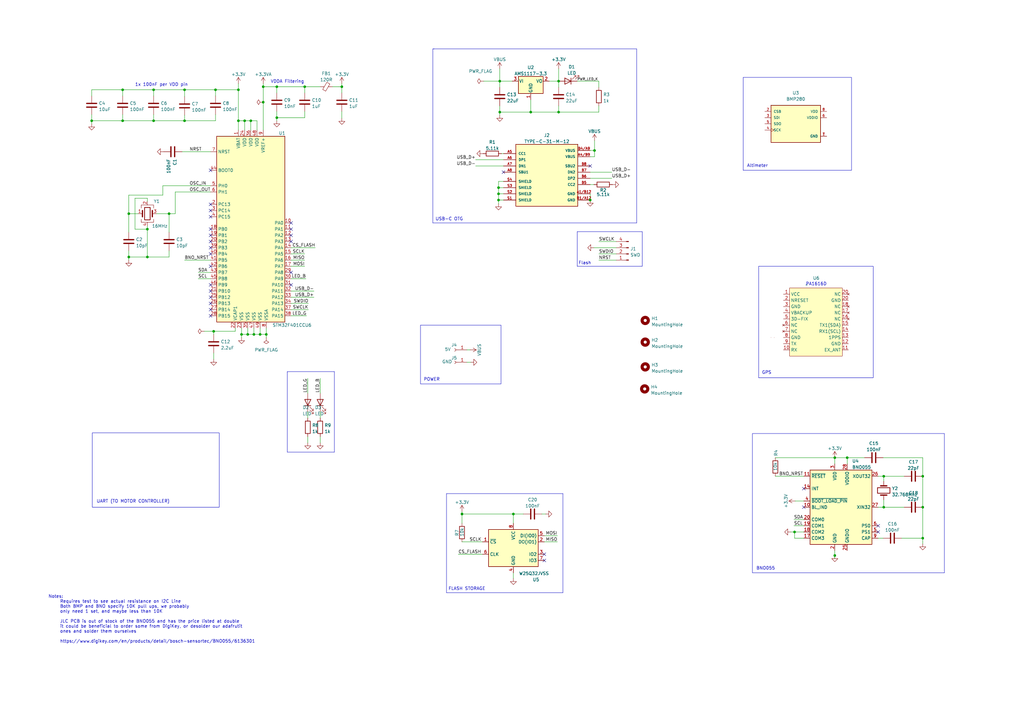
<source format=kicad_sch>
(kicad_sch (version 20231120) (generator "eeschema") (generator_version "8.0")
  (paper "A3")
  (lib_symbols
    (symbol "BMP280:BMP280" (pin_names (offset 1.016))
      (property "Reference" "U" (at -10.1796 7.6347 0))
      (property "Value" "BMP280" (at -10.1693 -10.1693 0))
      (symbol "BMP280_0_0"
        (pin power_in line (at 12.7 -5.08 180) (length 2.54) (name "GND") (number "1"))
        (pin input line (at -12.7 5.08 0) (length 2.54) (name "CSB") (number "2"))
        (pin bidirectional line (at -12.7 2.54 0) (length 2.54) (name "SDI") (number "3"))
        (pin input clock (at -12.7 -2.54 0) (length 2.54) (name "SCK") (number "4"))
        (pin bidirectional line (at -12.7 0 0) (length 2.54) (name "SDO") (number "5"))
        (pin power_in line (at 12.7 2.54 180) (length 2.54) (name "VDDIO") (number "6"))
        (pin power_in line (at 12.7 -5.08 180) (length 2.54) (name "GND") (number "7"))
        (pin power_in line (at 12.7 5.08 180) (length 2.54) (name "VDD") (number "8"))
      )
    )
    (symbol "Connector:Conn_01x01_Female" (pin_names (offset 1.016) hide)
      (property "Reference" "J" (at 0 2.54 0))
      (property "Value" "Conn_01x01_Female" (at 0 -2.54 0))
      (symbol "Conn_01x01_Female_1_1"
        (pin passive line (at -5.08 0 0) (length 3.81) (name "Pin_1") (number "1"))
      )
    )
    (symbol "Connector:Conn_01x04_Male" (pin_names (offset 1.016) hide)
      (property "Reference" "J" (at 0 5.08 0))
      (property "Value" "Conn_01x04_Male" (at 0 -7.62 0))
      (symbol "Conn_01x04_Male_1_1"
        (pin passive line (at 5.08 2.54 180) (length 3.81) (name "Pin_1") (number "1"))
        (pin passive line (at 5.08 0 180) (length 3.81) (name "Pin_2") (number "2"))
        (pin passive line (at 5.08 -2.54 180) (length 3.81) (name "Pin_3") (number "3"))
        (pin passive line (at 5.08 -5.08 180) (length 3.81) (name "Pin_4") (number "4"))
      )
    )
    (symbol "Device:C" (pin_numbers hide) (pin_names (offset 0.254))
      (property "Reference" "C" (at 0.635 2.54 0))
      (property "Value" "C" (at 0.635 -2.54 0))
      (symbol "C_1_1"
        (pin passive line (at 0 3.81 270) (length 2.794) (name "~") (number "1"))
        (pin passive line (at 0 -3.81 90) (length 2.794) (name "~") (number "2"))
      )
    )
    (symbol "Device:Crystal" (pin_numbers hide) (pin_names (offset 1.016) hide)
      (property "Reference" "Y" (at 0 3.81 0))
      (property "Value" "Crystal" (at 0 -3.81 0))
      (symbol "Crystal_1_1"
        (pin passive line (at -3.81 0 0) (length 1.27) (name "1") (number "1"))
        (pin passive line (at 3.81 0 180) (length 1.27) (name "2") (number "2"))
      )
    )
    (symbol "Device:Crystal_GND24" (pin_names (offset 1.016) hide)
      (property "Reference" "Y" (at 3.175 5.08 0))
      (property "Value" "Crystal_GND24" (at 3.175 3.175 0))
      (symbol "Crystal_GND24_1_1"
        (pin passive line (at -3.81 0 0) (length 1.27) (name "1") (number "1"))
        (pin passive line (at 0 5.08 270) (length 1.27) (name "2") (number "2"))
        (pin passive line (at 3.81 0 180) (length 1.27) (name "3") (number "3"))
        (pin passive line (at 0 -5.08 90) (length 1.27) (name "4") (number "4"))
      )
    )
    (symbol "Device:FerriteBead_Small" (pin_numbers hide) (pin_names (offset 0))
      (property "Reference" "FB" (at 1.905 1.27 0))
      (property "Value" "FerriteBead_Small" (at 1.905 -1.27 0))
      (symbol "FerriteBead_Small_1_1"
        (pin passive line (at 0 2.54 270) (length 1.27) (name "~") (number "1"))
        (pin passive line (at 0 -2.54 90) (length 1.27) (name "~") (number "2"))
      )
    )
    (symbol "Device:LED" (pin_numbers hide) (pin_names (offset 1.016) hide)
      (property "Reference" "D" (at 0 2.54 0))
      (property "Value" "LED" (at 0 -2.54 0))
      (symbol "LED_1_1"
        (pin passive line (at -3.81 0 0) (length 2.54) (name "K") (number "1"))
        (pin passive line (at 3.81 0 180) (length 2.54) (name "A") (number "2"))
      )
    )
    (symbol "Device:R" (pin_numbers hide) (pin_names (offset 0))
      (property "Reference" "R" (at 2.032 0 90))
      (property "Value" "R" (at 0 0 90))
      (symbol "R_1_1"
        (pin passive line (at 0 3.81 270) (length 1.27) (name "~") (number "1"))
        (pin passive line (at 0 -3.81 90) (length 1.27) (name "~") (number "2"))
      )
    )
    (symbol "MCU_ST_STM32F4:STM32F401CCUx"
      (property "Reference" "U?" (at 10.16 39.37 0))
      (property "Value" "STM32F401CCU6" (at 7.62 -39.37 0))
      (symbol "STM32F401CCUx_1_1"
        (pin power_in line (at -6.35 40.64 270) (length 2.54) (name "VBAT") (number "1"))
        (pin bidirectional line (at 15.24 2.54 180) (length 2.54) (name "PA0") (number "10"))
        (pin bidirectional line (at 15.24 0 180) (length 2.54) (name "PA1") (number "11"))
        (pin bidirectional line (at 15.24 -2.54 180) (length 2.54) (name "PA2") (number "12"))
        (pin bidirectional line (at 15.24 -5.08 180) (length 2.54) (name "PA3") (number "13"))
        (pin bidirectional line (at 15.24 -7.62 180) (length 2.54) (name "PA4") (number "14"))
        (pin bidirectional line (at 15.24 -10.16 180) (length 2.54) (name "PA5") (number "15"))
        (pin bidirectional line (at 15.24 -12.7 180) (length 2.54) (name "PA6") (number "16"))
        (pin bidirectional line (at 15.24 -15.24 180) (length 2.54) (name "PA7") (number "17"))
        (pin bidirectional line (at -17.78 0 0) (length 2.54) (name "PB0") (number "18"))
        (pin bidirectional line (at -17.78 -2.54 0) (length 2.54) (name "PB1") (number "19"))
        (pin bidirectional line (at -17.78 10.16 0) (length 2.54) (name "PC13") (number "2"))
        (pin bidirectional line (at -17.78 -5.08 0) (length 2.54) (name "PB2") (number "20"))
        (pin bidirectional line (at -17.78 -25.4 0) (length 2.54) (name "PB10") (number "21"))
        (pin power_in line (at -7.62 -40.64 90) (length 2.54) (name "VCAP1") (number "22"))
        (pin power_in line (at -5.08 -40.64 90) (length 2.54) (name "VSS") (number "23"))
        (pin power_in line (at -3.81 40.64 270) (length 2.54) (name "VDD") (number "24"))
        (pin bidirectional line (at -17.78 -27.94 0) (length 2.54) (name "PB12") (number "25"))
        (pin bidirectional line (at -17.78 -30.48 0) (length 2.54) (name "PB13") (number "26"))
        (pin bidirectional line (at -17.78 -33.02 0) (length 2.54) (name "PB14") (number "27"))
        (pin bidirectional line (at -17.78 -35.56 0) (length 2.54) (name "PB15") (number "28"))
        (pin bidirectional line (at 15.24 -17.78 180) (length 2.54) (name "PA8") (number "29"))
        (pin bidirectional line (at -17.78 7.62 0) (length 2.54) (name "PC14") (number "3"))
        (pin bidirectional line (at 15.24 -20.32 180) (length 2.54) (name "PA9") (number "30"))
        (pin bidirectional line (at 15.24 -22.86 180) (length 2.54) (name "PA10") (number "31"))
        (pin bidirectional line (at 15.24 -25.4 180) (length 2.54) (name "PA11") (number "32"))
        (pin bidirectional line (at 15.24 -27.94 180) (length 2.54) (name "PA12") (number "33"))
        (pin bidirectional line (at 15.24 -30.48 180) (length 2.54) (name "PA13") (number "34"))
        (pin power_in line (at -2.54 -40.64 90) (length 2.54) (name "VSS") (number "35"))
        (pin power_in line (at -1.27 40.64 270) (length 2.54) (name "VDD") (number "36"))
        (pin bidirectional line (at 15.24 -33.02 180) (length 2.54) (name "PA14") (number "37"))
        (pin bidirectional line (at 15.24 -35.56 180) (length 2.54) (name "PA15") (number "38"))
        (pin bidirectional line (at -17.78 -7.62 0) (length 2.54) (name "PB3") (number "39"))
        (pin bidirectional line (at -17.78 5.08 0) (length 2.54) (name "PC15") (number "4"))
        (pin bidirectional line (at -17.78 -10.16 0) (length 2.54) (name "PB4") (number "40"))
        (pin bidirectional line (at -17.78 -12.7 0) (length 2.54) (name "PB5") (number "41"))
        (pin bidirectional line (at -17.78 -15.24 0) (length 2.54) (name "PB6") (number "42"))
        (pin bidirectional line (at -17.78 -17.78 0) (length 2.54) (name "PB7") (number "43"))
        (pin input line (at -17.78 24.13 0) (length 2.54) (name "BOOT0") (number "44"))
        (pin bidirectional line (at -17.78 -20.32 0) (length 2.54) (name "PB8") (number "45"))
        (pin bidirectional line (at -17.78 -22.86 0) (length 2.54) (name "PB9") (number "46"))
        (pin power_in line (at 0 -40.64 90) (length 2.54) (name "VSS") (number "47"))
        (pin power_in line (at 1.27 40.64 270) (length 2.54) (name "VDD") (number "48"))
        (pin power_in line (at 2.54 -40.64 90) (length 2.54) (name "VSS") (number "49"))
        (pin input line (at -17.78 17.78 0) (length 2.54) (name "PH0") (number "5"))
        (pin input line (at -17.78 15.24 0) (length 2.54) (name "PH1") (number "6"))
        (pin input line (at -17.78 31.75 0) (length 2.54) (name "NRST") (number "7"))
        (pin power_in line (at 5.08 -40.64 90) (length 2.54) (name "VSSA") (number "8"))
        (pin power_in line (at 3.81 40.64 270) (length 2.54) (name "VREF+") (number "9"))
      )
    )
    (symbol "Mechanical:MountingHole" (pin_names (offset 1.016))
      (property "Reference" "H" (at 0 5.08 0))
      (property "Value" "MountingHole" (at 0 3.175 0))
    )
    (symbol "Memory_Flash:W25Q32JVSS"
      (property "Reference" "U" (at -8.89 8.89 0))
      (property "Value" "W25Q32JVSS" (at 7.62 8.89 0))
      (symbol "W25Q32JVSS_1_1"
        (pin input line (at -12.7 2.54 0) (length 2.54) (name "~{CS}") (number "1"))
        (pin bidirectional line (at 12.7 2.54 180) (length 2.54) (name "DO(IO1)") (number "2"))
        (pin bidirectional line (at 12.7 -2.54 180) (length 2.54) (name "IO2") (number "3"))
        (pin power_in line (at 0 -10.16 90) (length 2.54) (name "GND") (number "4"))
        (pin bidirectional line (at 12.7 5.08 180) (length 2.54) (name "DI(IO0)") (number "5"))
        (pin input line (at -12.7 -2.54 0) (length 2.54) (name "CLK") (number "6"))
        (pin bidirectional line (at 12.7 -5.08 180) (length 2.54) (name "IO3") (number "7"))
        (pin power_in line (at 0 10.16 270) (length 2.54) (name "VCC") (number "8"))
      )
    )
    (symbol "PA1616D:PA1616D"
      (property "Reference" "U" (at 10.668 1.27 0))
      (symbol "PA1616D_1_1"
        (pin power_in line (at -2.54 -2.54 0) (length 2.54) (name "VCC") (number "1"))
        (pin input line (at -2.54 -25.4 0) (length 2.54) (name "RX") (number "10"))
        (pin input line (at 24.13 -25.4 180) (length 2.54) (name "EX_ANT") (number "11"))
        (pin unspecified line (at 24.13 -22.86 180) (length 2.54) (name "GND") (number "12"))
        (pin output line (at 24.13 -20.32 180) (length 2.54) (name "1PPS") (number "13"))
        (pin input line (at 24.13 -17.78 180) (length 2.54) (name "RX1(SCL)") (number "14"))
        (pin output line (at 24.13 -15.24 180) (length 2.54) (name "TX1(SDA)") (number "15"))
        (pin no_connect line (at 24.13 -12.7 180) (length 2.54) (name "NC") (number "16"))
        (pin no_connect line (at 24.13 -10.16 180) (length 2.54) (name "NC") (number "17"))
        (pin no_connect line (at 24.13 -7.62 180) (length 2.54) (name "NC") (number "18"))
        (pin input line (at -2.54 -5.08 0) (length 2.54) (name "NRESET") (number "2"))
        (pin unspecified line (at 24.13 -5.08 180) (length 2.54) (name "GND") (number "20"))
        (pin no_connect line (at 24.13 -2.54 180) (length 2.54) (name "NC") (number "20"))
        (pin unspecified line (at -2.54 -7.62 0) (length 2.54) (name "GND") (number "3"))
        (pin power_in line (at -2.54 -10.16 0) (length 2.54) (name "VBACKUP") (number "4"))
        (pin output line (at -2.54 -12.7 0) (length 2.54) (name "3D-FIX") (number "5"))
        (pin no_connect line (at -2.54 -15.24 0) (length 2.54) (name "NC") (number "6"))
        (pin no_connect line (at -2.54 -17.78 0) (length 2.54) (name "NC") (number "7"))
        (pin unspecified line (at -2.54 -20.32 0) (length 2.54) (name "GND") (number "8"))
        (pin output line (at -2.54 -22.86 0) (length 2.54) (name "TX") (number "9"))
      )
    )
    (symbol "Regulator_Linear:AMS1117-3.3" (pin_names (offset 0.254))
      (property "Reference" "U" (at -3.81 3.175 0))
      (property "Value" "AMS1117-3.3" (at 0 3.175 0))
      (symbol "AMS1117-3.3_1_1"
        (pin power_in line (at 0 -7.62 90) (length 2.54) (name "GND") (number "1"))
        (pin power_out line (at 7.62 0 180) (length 2.54) (name "VO") (number "2"))
        (pin power_in line (at -7.62 0 0) (length 2.54) (name "VI") (number "3"))
      )
    )
    (symbol "Sensor_Motion:BNO055"
      (property "Reference" "U" (at -11.43 16.51 0))
      (property "Value" "BNO055" (at 12.7 16.51 0))
      (symbol "BNO055_1_1"
        (pin no_connect line (at -12.7 10.16 0) (length 2.54) hide (name "PIN1") (number "1"))
        (pin output line (at -15.24 0 0) (length 2.54) (name "BL_IND") (number "10"))
        (pin input line (at -15.24 12.7 0) (length 2.54) (name "~{RESET}") (number "11"))
        (pin no_connect line (at 12.7 10.16 180) (length 2.54) hide (name "PIN12") (number "12"))
        (pin no_connect line (at 12.7 7.62 180) (length 2.54) hide (name "PIN13") (number "13"))
        (pin output line (at -15.24 7.62 0) (length 2.54) (name "INT") (number "14"))
        (pin passive line (at 2.54 -17.78 90) (length 2.54) hide (name "GNDIO") (number "15"))
        (pin passive line (at 2.54 -17.78 90) (length 2.54) hide (name "GNDIO") (number "16"))
        (pin input line (at -15.24 -12.7 0) (length 2.54) (name "COM3") (number "17"))
        (pin bidirectional line (at -15.24 -10.16 0) (length 2.54) (name "COM2") (number "18"))
        (pin bidirectional line (at -15.24 -7.62 0) (length 2.54) (name "COM1") (number "19"))
        (pin power_in line (at -2.54 -17.78 90) (length 2.54) (name "GND") (number "2"))
        (pin bidirectional line (at -15.24 -5.08 0) (length 2.54) (name "COM0") (number "20"))
        (pin no_connect line (at 12.7 5.08 180) (length 2.54) hide (name "PIN21") (number "21"))
        (pin no_connect line (at 12.7 2.54 180) (length 2.54) hide (name "PIN22") (number "22"))
        (pin no_connect line (at 12.7 -2.54 180) (length 2.54) hide (name "PIN23") (number "23"))
        (pin no_connect line (at 12.7 -5.08 180) (length 2.54) hide (name "PIN24") (number "24"))
        (pin power_in line (at 2.54 -17.78 90) (length 2.54) (name "GNDIO") (number "25"))
        (pin output line (at 15.24 12.7 180) (length 2.54) (name "XOUT32") (number "26"))
        (pin input line (at 15.24 0 180) (length 2.54) (name "XIN32") (number "27"))
        (pin power_in line (at 2.54 17.78 270) (length 2.54) (name "VDDIO") (number "28"))
        (pin power_in line (at -2.54 17.78 270) (length 2.54) (name "VDD") (number "3"))
        (pin input line (at -15.24 2.54 0) (length 2.54) (name "~{BOOT_LOAD_PIN}") (number "4"))
        (pin input line (at 15.24 -10.16 180) (length 2.54) (name "PS1") (number "5"))
        (pin input line (at 15.24 -7.62 180) (length 2.54) (name "PS0") (number "6"))
        (pin no_connect line (at -12.7 5.08 0) (length 2.54) hide (name "PIN7") (number "7"))
        (pin no_connect line (at -12.7 -2.54 0) (length 2.54) hide (name "PIN8") (number "8"))
        (pin passive line (at 15.24 -12.7 180) (length 2.54) (name "CAP") (number "9"))
      )
    )
    (symbol "TYPE-C-31-M-12:TYPE-C-31-M-12" (pin_names (offset 1.016))
      (property "Reference" "J3" (at 0 16.3998 0))
      (property "Value" "TYPE-C-31-M-12" (at 0 13.8629 0))
      (symbol "TYPE-C-31-M-12_0_0"
        (pin power_in line (at 17.78 -7.62 180) (length 5.08) (name "GND") (number "A1/B12"))
        (pin power_in line (at 17.78 7.62 180) (length 5.08) (name "VBUS") (number "A4/B9"))
        (pin bidirectional line (at -17.78 8.89 0) (length 5.08) (name "CC1") (number "A5"))
        (pin bidirectional line (at -17.78 6.35 0) (length 5.08) (name "DP1") (number "A6"))
        (pin bidirectional line (at -17.78 3.81 0) (length 5.08) (name "DN1") (number "A7"))
        (pin bidirectional line (at -17.78 1.27 0) (length 5.08) (name "SBU1") (number "A8"))
        (pin power_in line (at 17.78 -10.16 180) (length 5.08) (name "GND") (number "B1/A12"))
        (pin power_in line (at 17.78 10.16 180) (length 5.08) (name "VBUS") (number "B4/A9"))
        (pin bidirectional line (at 17.78 -3.81 180) (length 5.08) (name "CC2") (number "B5"))
        (pin bidirectional line (at 17.78 -1.27 180) (length 5.08) (name "DP2") (number "B6"))
        (pin bidirectional line (at 17.78 1.27 180) (length 5.08) (name "DN2") (number "B7"))
        (pin bidirectional line (at 17.78 3.81 180) (length 5.08) (name "SBU2") (number "B8"))
        (pin passive line (at -17.78 -10.16 0) (length 5.08) (name "SHIELD") (number "S1"))
        (pin passive line (at -17.78 -7.62 0) (length 5.08) (name "SHIELD") (number "S2"))
        (pin passive line (at -17.78 -5.08 0) (length 5.08) (name "SHIELD") (number "S3"))
        (pin passive line (at -17.78 -2.54 0) (length 5.08) (name "SHIELD") (number "S4"))
      )
    )
    (symbol "power:+3.3V" (power) (pin_names (offset 0))
      (property "Value" "+3.3V" (at 0 3.556 0))
      (symbol "+3.3V_1_1"
        (pin power_in line (at 0 0 90) (length 0) hide (name "+3.3V") (number "1"))
      )
    )
    (symbol "power:+3.3VA" (power) (pin_names (offset 0))
      (property "Value" "+3.3VA" (at 0 3.556 0))
      (symbol "+3.3VA_1_1"
        (pin power_in line (at 0 0 90) (length 0) hide (name "+3.3VA") (number "1"))
      )
    )
    (symbol "power:GND" (power) (pin_names (offset 0))
      (property "Value" "GND" (at 0 -3.81 0))
      (symbol "GND_1_1"
        (pin power_in line (at 0 0 270) (length 0) hide (name "GND") (number "1"))
      )
    )
    (symbol "power:PWR_FLAG" (power) (pin_numbers hide) (pin_names (offset 0) hide)
      (property "Value" "PWR_FLAG" (at 0 3.81 0))
      (symbol "PWR_FLAG_0_0"
        (pin power_out line (at 0 0 90) (length 0) (name "pwr") (number "1"))
      )
    )
    (symbol "power:VBUS" (power) (pin_names (offset 0))
      (property "Value" "VBUS" (at 0 3.81 0))
      (symbol "VBUS_1_1"
        (pin power_in line (at 0 0 90) (length 0) hide (name "VBUS") (number "1"))
      )
    )
  )
  (junction (at 325.882 218.186))
  (junction (at 87.63 135.89))
  (junction (at 62.992 36.83))
  (junction (at 99.06 137.16))
  (junction (at 342.392 187.706))
  (junction (at 229.108 45.974))
  (junction (at 362.458 208.026))
  (junction (at 243.84 61.722))
  (junction (at 342.392 227.838))
  (junction (at 60.452 93.98))
  (junction (at 69.342 87.63))
  (junction (at 62.992 49.53))
  (junction (at 204.47 76.962))
  (junction (at 362.458 195.326))
  (junction (at 52.832 105.41))
  (junction (at 204.47 82.042))
  (junction (at 124.968 35.56))
  (junction (at 378.46 195.326))
  (junction (at 52.832 87.63))
  (junction (at 106.68 137.16))
  (junction (at 75.692 36.83))
  (junction (at 60.452 105.41))
  (junction (at 113.538 35.56))
  (junction (at 204.47 79.502))
  (junction (at 101.6 137.16))
  (junction (at 140.208 35.56))
  (junction (at 210.566 210.82))
  (junction (at 204.978 33.274))
  (junction (at 102.87 49.53))
  (junction (at 378.46 220.726))
  (junction (at 347.472 187.706))
  (junction (at 229.108 33.274))
  (junction (at 107.95 41.91))
  (junction (at 104.14 137.16))
  (junction (at 107.95 35.56))
  (junction (at 88.392 36.83))
  (junction (at 97.79 36.83))
  (junction (at 100.33 49.53))
  (junction (at 217.678 45.974))
  (junction (at 97.79 49.53))
  (junction (at 50.292 36.83))
  (junction (at 37.592 49.53))
  (junction (at 109.22 137.16))
  (junction (at 50.292 49.53))
  (junction (at 113.538 48.26))
  (junction (at 204.978 45.974))
  (junction (at 242.062 82.042))
  (junction (at 189.484 210.82))
  (junction (at 75.692 49.53))
  (junction (at 378.46 208.026))
  (no_connect (at 86.36 96.52))
  (no_connect (at 86.36 127))
  (no_connect (at 86.36 99.06))
  (no_connect (at 119.38 96.52))
  (no_connect (at 119.38 93.98))
  (no_connect (at 206.502 70.612))
  (no_connect (at 86.36 121.92))
  (no_connect (at 86.36 116.84))
  (no_connect (at 86.36 104.14))
  (no_connect (at 86.36 83.82))
  (no_connect (at 119.38 91.44))
  (no_connect (at 86.36 86.36))
  (no_connect (at 86.36 88.9))
  (no_connect (at 86.36 93.98))
  (no_connect (at 86.36 119.38))
  (no_connect (at 86.36 69.85))
  (no_connect (at 242.062 68.072))
  (no_connect (at 329.692 200.406))
  (no_connect (at 360.172 218.186))
  (no_connect (at 360.172 215.646))
  (no_connect (at 329.692 208.026))
  (no_connect (at 86.36 109.22))
  (no_connect (at 86.36 124.46))
  (no_connect (at 119.38 116.84))
  (no_connect (at 119.38 111.76))
  (no_connect (at 86.36 101.6))
  (no_connect (at 119.38 99.06))
  (no_connect (at 223.266 227.33))
  (no_connect (at 223.266 229.87))
  (no_connect (at 86.36 129.54))
  (wire (pts (xy 362.458 195.326) (xy 370.84 195.326)))
  (polyline (pts (xy 236.728 94.996) (xy 236.728 109.22)))
  (wire (pts (xy 88.392 36.83) (xy 97.79 36.83)))
  (wire (pts (xy 229.108 43.434) (xy 229.108 45.974)))
  (wire (pts (xy 362.204 187.706) (xy 378.46 187.706)))
  (wire (pts (xy 87.63 144.78) (xy 87.63 147.32)))
  (wire (pts (xy 60.452 93.98) (xy 60.452 92.71)))
  (wire (pts (xy 325.882 220.726) (xy 325.882 218.186)))
  (wire (pts (xy 66.802 76.2) (xy 66.802 80.01)))
  (wire (pts (xy 252.73 99.06) (xy 245.618 99.06)))
  (wire (pts (xy 52.832 87.63) (xy 52.832 95.25)))
  (wire (pts (xy 187.96 227.33) (xy 197.866 227.33)))
  (wire (pts (xy 124.968 45.72) (xy 124.968 48.26)))
  (wire (pts (xy 126.238 168.91) (xy 126.238 171.45)))
  (wire (pts (xy 107.95 41.91) (xy 107.95 53.34)))
  (wire (pts (xy 217.678 40.894) (xy 217.678 45.974)))
  (wire (pts (xy 126.238 179.07) (xy 126.238 181.61)))
  (wire (pts (xy 50.292 46.99) (xy 50.292 49.53)))
  (wire (pts (xy 362.458 208.026) (xy 360.172 208.026)))
  (wire (pts (xy 204.978 33.274) (xy 210.058 33.274)))
  (wire (pts (xy 360.172 220.726) (xy 362.204 220.726)))
  (wire (pts (xy 326.136 205.486) (xy 329.692 205.486)))
  (wire (pts (xy 97.79 34.29) (xy 97.79 36.83)))
  (wire (pts (xy 52.832 87.63) (xy 56.642 87.63)))
  (wire (pts (xy 62.992 46.99) (xy 62.992 49.53)))
  (wire (pts (xy 378.46 195.326) (xy 378.46 208.026)))
  (wire (pts (xy 243.84 61.722) (xy 242.062 61.722)))
  (polyline (pts (xy 261.112 91.44) (xy 177.546 91.44)))
  (wire (pts (xy 242.062 70.612) (xy 250.952 70.612)))
  (wire (pts (xy 102.87 49.53) (xy 100.33 49.53)))
  (wire (pts (xy 140.208 34.29) (xy 140.208 35.56)))
  (wire (pts (xy 69.342 87.63) (xy 69.342 95.25)))
  (wire (pts (xy 342.392 225.806) (xy 342.392 227.838)))
  (wire (pts (xy 101.6 134.62) (xy 101.6 137.16)))
  (wire (pts (xy 189.484 209.804) (xy 189.484 210.82)))
  (wire (pts (xy 52.832 102.87) (xy 52.832 105.41)))
  (wire (pts (xy 66.802 80.01) (xy 52.832 80.01)))
  (wire (pts (xy 88.392 49.53) (xy 75.692 49.53)))
  (wire (pts (xy 204.978 28.194) (xy 204.978 33.274)))
  (wire (pts (xy 223.266 222.25) (xy 228.6 222.25)))
  (wire (pts (xy 55.372 81.28) (xy 55.372 93.98)))
  (wire (pts (xy 229.108 45.974) (xy 217.678 45.974)))
  (wire (pts (xy 113.538 45.72) (xy 113.538 48.26)))
  (polyline (pts (xy 230.886 243.078) (xy 183.134 243.078)))
  (wire (pts (xy 88.392 39.37) (xy 88.392 36.83)))
  (polyline (pts (xy 183.134 202.438) (xy 230.886 202.438)))
  (wire (pts (xy 60.452 93.98) (xy 60.452 105.41)))
  (wire (pts (xy 124.968 38.1) (xy 124.968 35.56)))
  (wire (pts (xy 60.452 81.28) (xy 55.372 81.28)))
  (polyline (pts (xy 183.134 202.438) (xy 183.134 243.078)))
  (wire (pts (xy 126.238 155.194) (xy 126.238 161.29)))
  (wire (pts (xy 140.208 45.72) (xy 140.208 48.514)))
  (wire (pts (xy 119.38 121.92) (xy 128.778 121.92)))
  (polyline (pts (xy 117.856 185.42) (xy 137.16 185.42)))
  (wire (pts (xy 204.978 33.274) (xy 204.978 35.814)))
  (wire (pts (xy 204.47 76.962) (xy 204.47 79.502)))
  (wire (pts (xy 74.676 62.23) (xy 86.36 62.23)))
  (wire (pts (xy 318.008 195.326) (xy 329.692 195.326)))
  (wire (pts (xy 109.22 137.16) (xy 109.22 138.43)))
  (wire (pts (xy 347.472 187.706) (xy 347.472 190.246)))
  (wire (pts (xy 97.79 36.83) (xy 97.79 49.53)))
  (wire (pts (xy 342.392 187.706) (xy 342.392 190.246)))
  (wire (pts (xy 83.82 135.89) (xy 87.63 135.89)))
  (wire (pts (xy 119.38 129.54) (xy 125.73 129.54)))
  (wire (pts (xy 113.538 48.26) (xy 124.968 48.26)))
  (wire (pts (xy 105.41 49.53) (xy 102.87 49.53)))
  (wire (pts (xy 245.618 33.274) (xy 245.618 35.814)))
  (wire (pts (xy 131.318 179.07) (xy 131.318 181.61)))
  (wire (pts (xy 198.374 33.274) (xy 204.978 33.274)))
  (wire (pts (xy 369.824 220.726) (xy 378.46 220.726)))
  (wire (pts (xy 101.6 137.16) (xy 99.06 137.16)))
  (wire (pts (xy 204.47 79.502) (xy 206.502 79.502)))
  (wire (pts (xy 245.618 45.974) (xy 229.108 45.974)))
  (wire (pts (xy 225.298 33.274) (xy 229.108 33.274)))
  (wire (pts (xy 109.22 134.62) (xy 109.22 137.16)))
  (wire (pts (xy 109.22 137.16) (xy 106.68 137.16)))
  (wire (pts (xy 342.392 187.706) (xy 347.472 187.706)))
  (wire (pts (xy 81.28 114.3) (xy 86.36 114.3)))
  (wire (pts (xy 106.68 134.62) (xy 106.68 137.16)))
  (polyline (pts (xy 177.546 91.44) (xy 177.546 20.066)))
  (wire (pts (xy 124.968 35.56) (xy 131.318 35.56)))
  (wire (pts (xy 362.458 208.026) (xy 370.84 208.026)))
  (wire (pts (xy 222.25 210.82) (xy 223.774 210.82)))
  (wire (pts (xy 131.318 155.194) (xy 131.318 161.29)))
  (wire (pts (xy 60.452 82.55) (xy 60.452 81.28)))
  (polyline (pts (xy 261.112 20.066) (xy 261.112 91.44)))
  (polyline (pts (xy 236.728 94.996) (xy 263.398 94.996)))
  (wire (pts (xy 55.372 93.98) (xy 60.452 93.98)))
  (wire (pts (xy 119.38 124.46) (xy 126.492 124.46)))
  (wire (pts (xy 106.68 137.16) (xy 104.14 137.16)))
  (wire (pts (xy 242.062 73.152) (xy 250.952 73.152)))
  (wire (pts (xy 245.618 106.68) (xy 252.73 106.68)))
  (wire (pts (xy 86.36 111.76) (xy 81.28 111.76)))
  (wire (pts (xy 243.586 101.6) (xy 252.73 101.6)))
  (wire (pts (xy 119.38 104.14) (xy 124.968 104.14)))
  (wire (pts (xy 204.47 76.962) (xy 206.502 76.962)))
  (wire (pts (xy 223.266 219.71) (xy 228.6 219.71)))
  (wire (pts (xy 37.592 39.37) (xy 37.592 36.83)))
  (wire (pts (xy 75.692 49.53) (xy 62.992 49.53)))
  (wire (pts (xy 69.342 105.41) (xy 60.452 105.41)))
  (wire (pts (xy 206.502 74.422) (xy 204.47 74.422)))
  (wire (pts (xy 229.108 33.274) (xy 229.108 28.194)))
  (wire (pts (xy 140.208 35.56) (xy 140.208 38.1)))
  (wire (pts (xy 113.538 35.56) (xy 107.95 35.56)))
  (wire (pts (xy 191.516 143.51) (xy 192.786 143.51)))
  (wire (pts (xy 242.062 79.502) (xy 242.062 82.042)))
  (wire (pts (xy 324.358 218.186) (xy 325.882 218.186)))
  (wire (pts (xy 243.84 57.658) (xy 243.84 61.722)))
  (wire (pts (xy 191.516 148.59) (xy 193.04 148.59)))
  (wire (pts (xy 75.692 47.244) (xy 75.692 49.53)))
  (wire (pts (xy 75.692 36.83) (xy 75.692 39.624)))
  (wire (pts (xy 210.566 214.63) (xy 210.566 210.82)))
  (wire (pts (xy 100.33 49.53) (xy 100.33 53.34)))
  (wire (pts (xy 136.398 35.56) (xy 140.208 35.56)))
  (wire (pts (xy 325.628 215.646) (xy 329.692 215.646)))
  (polyline (pts (xy 263.398 109.22) (xy 236.728 109.22)))
  (wire (pts (xy 107.95 34.29) (xy 107.95 35.56)))
  (wire (pts (xy 378.46 208.026) (xy 378.46 220.726)))
  (wire (pts (xy 104.14 137.16) (xy 101.6 137.16)))
  (wire (pts (xy 342.392 227.838) (xy 342.392 228.854)))
  (polyline (pts (xy 177.546 20.066) (xy 178.054 20.066)))
  (wire (pts (xy 71.882 87.63) (xy 69.342 87.63)))
  (wire (pts (xy 62.992 36.83) (xy 62.992 39.37)))
  (polyline (pts (xy 263.398 94.996) (xy 263.398 109.22)))
  (wire (pts (xy 189.484 222.25) (xy 197.866 222.25)))
  (wire (pts (xy 75.692 36.83) (xy 88.392 36.83)))
  (wire (pts (xy 113.538 48.26) (xy 113.538 49.53)))
  (wire (pts (xy 50.292 49.53) (xy 37.592 49.53)))
  (polyline (pts (xy 230.886 202.438) (xy 230.886 243.078)))
  (polyline (pts (xy 137.16 152.4) (xy 117.856 152.4)))
  (wire (pts (xy 189.484 210.82) (xy 189.484 214.63)))
  (wire (pts (xy 204.47 79.502) (xy 204.47 82.042)))
  (wire (pts (xy 204.47 74.422) (xy 204.47 76.962)))
  (wire (pts (xy 210.566 210.82) (xy 214.63 210.82)))
  (wire (pts (xy 204.978 45.974) (xy 204.978 47.244)))
  (wire (pts (xy 325.628 213.106) (xy 329.692 213.106)))
  (wire (pts (xy 71.882 78.74) (xy 71.882 87.63)))
  (wire (pts (xy 96.52 135.89) (xy 96.52 134.62)))
  (wire (pts (xy 204.978 43.434) (xy 204.978 45.974)))
  (wire (pts (xy 87.63 135.89) (xy 96.52 135.89)))
  (polyline (pts (xy 117.856 152.654) (xy 117.856 185.42)))
  (polyline (pts (xy 117.856 152.4) (xy 117.856 152.654)))
  (wire (pts (xy 119.38 101.6) (xy 129.286 101.6)))
  (wire (pts (xy 107.95 35.56) (xy 107.95 41.91)))
  (wire (pts (xy 119.38 106.68) (xy 124.968 106.68)))
  (wire (pts (xy 206.502 82.042) (xy 204.47 82.042)))
  (wire (pts (xy 119.38 109.22) (xy 124.968 109.22)))
  (wire (pts (xy 102.87 49.53) (xy 102.87 53.34)))
  (wire (pts (xy 124.968 35.56) (xy 113.538 35.56)))
  (wire (pts (xy 88.392 46.99) (xy 88.392 49.53)))
  (wire (pts (xy 217.678 45.974) (xy 204.978 45.974)))
  (wire (pts (xy 210.566 234.95) (xy 210.566 237.236)))
  (wire (pts (xy 195.072 68.072) (xy 206.502 68.072)))
  (wire (pts (xy 52.832 105.41) (xy 52.832 106.68)))
  (wire (pts (xy 66.802 76.2) (xy 86.36 76.2)))
  (wire (pts (xy 378.46 220.726) (xy 378.46 223.012)))
  (wire (pts (xy 206.502 65.532) (xy 195.072 65.532)))
  (wire (pts (xy 360.172 195.326) (xy 362.458 195.326)))
  (wire (pts (xy 131.318 168.91) (xy 131.318 171.45)))
  (wire (pts (xy 329.692 220.726) (xy 325.882 220.726)))
  (wire (pts (xy 37.592 49.53) (xy 37.592 50.8)))
  (wire (pts (xy 362.458 195.326) (xy 362.458 197.358)))
  (wire (pts (xy 99.06 134.62) (xy 99.06 137.16)))
  (wire (pts (xy 325.882 218.186) (xy 329.692 218.186)))
  (wire (pts (xy 204.47 82.042) (xy 204.47 83.566)))
  (wire (pts (xy 113.538 35.56) (xy 113.538 38.1)))
  (wire (pts (xy 242.062 75.692) (xy 243.586 75.692)))
  (wire (pts (xy 37.592 36.83) (xy 50.292 36.83)))
  (wire (pts (xy 104.14 134.62) (xy 104.14 137.16)))
  (wire (pts (xy 119.38 99.06) (xy 119.3672 99.06)))
  (wire (pts (xy 97.79 49.53) (xy 97.79 53.34)))
  (wire (pts (xy 119.38 127) (xy 126.492 127)))
  (wire (pts (xy 245.618 43.434) (xy 245.618 45.974)))
  (wire (pts (xy 236.728 33.274) (xy 245.618 33.274)))
  (wire (pts (xy 205.74 62.992) (xy 206.502 62.992)))
  (wire (pts (xy 99.06 137.16) (xy 99.06 138.43)))
  (wire (pts (xy 50.292 36.83) (xy 50.292 39.37)))
  (wire (pts (xy 87.63 137.16) (xy 87.63 135.89)))
  (wire (pts (xy 318.008 187.706) (xy 342.392 187.706)))
  (wire (pts (xy 69.342 102.87) (xy 69.342 105.41)))
  (wire (pts (xy 189.484 210.82) (xy 210.566 210.82)))
  (wire (pts (xy 105.41 53.34) (xy 105.41 49.53)))
  (wire (pts (xy 64.262 87.63) (xy 69.342 87.63)))
  (wire (pts (xy 62.992 49.53) (xy 50.292 49.53)))
  (wire (pts (xy 119.38 119.38) (xy 128.778 119.38)))
  (wire (pts (xy 52.832 80.01) (xy 52.832 87.63)))
  (wire (pts (xy 71.882 78.74) (xy 86.36 78.74)))
  (wire (pts (xy 100.33 49.53) (xy 97.79 49.53)))
  (wire (pts (xy 362.458 204.978) (xy 362.458 208.026)))
  (polyline (pts (xy 137.16 185.42) (xy 137.16 152.4)))
  (wire (pts (xy 242.062 64.262) (xy 243.84 64.262)))
  (wire (pts (xy 378.46 187.706) (xy 378.46 195.326)))
  (wire (pts (xy 119.38 114.3) (xy 125.476 114.3)))
  (wire (pts (xy 75.692 106.68) (xy 86.36 106.68)))
  (wire (pts (xy 50.292 36.83) (xy 62.992 36.83)))
  (wire (pts (xy 243.84 64.262) (xy 243.84 61.722)))
  (wire (pts (xy 119.38 96.52) (xy 119.3672 96.52)))
  (wire (pts (xy 347.472 187.706) (xy 354.584 187.706)))
  (wire (pts (xy 60.452 105.41) (xy 52.832 105.41)))
  (wire (pts (xy 37.592 46.99) (xy 37.592 49.53)))
  (wire (pts (xy 229.108 33.274) (xy 229.108 35.814)))
  (wire (pts (xy 62.992 36.83) (xy 75.692 36.83)))
  (polyline (pts (xy 177.8 20.066) (xy 261.112 20.066)))
  (wire (pts (xy 252.73 104.14) (xy 245.618 104.14)))
  (rectangle (start 308.61 177.8) (end 387.35 234.95))
  (rectangle (start 304.8 31.75) (end 349.25 69.85))
  (rectangle (start 311.15 109.22) (end 358.14 154.94))
  (rectangle (start 172.466 133.35) (end 205.486 157.48))
  (rectangle (start 37.846 177.546) (end 89.916 208.026))
  (text "VDDA Filtering" (at 110.998 34.29 0) (effects (font (size 1.27 1.27)) (justify left bottom)))
  (text "Flash" (at 237.236 108.712 0) (effects (font (size 1.27 1.27)) (justify left bottom)))
  (text "Altimeter" (at 310.642 68.072 0) (effects (font (size 1.27 1.27))))
  (text "FLASH STORAGE" (at 183.896 242.316 0) (effects (font (size 1.27 1.27)) (justify left bottom)))
  (text "PA1616D" (at 334.772 116.586 0) (effects (font (size 1.27 1.27))))
  (text "1x 100nF per VDD pin" (at 55.372 35.56 0) (effects (font (size 1.27 1.27)) (justify left bottom)))
  (text "Notes:\n	Requires test to see actual resistance on I2C Line\n	Both BMP and BNO specify 10K pull ups, we probably\n	only need 1 set, and maybe less than 10K\n\n	JLC PCB is out of stock of the BNO055 and has the price listed at double\n	it could be beneficial to order some from DigiKey, or desolder our adafrutit\n	ones and solder them ourselves\n\n	https://www.digikey.com/en/products/detail/bosch-sensortec/BNO055/6136301" (at 19.812 263.906 0) (effects (font (size 1.27 1.27)) (justify left bottom)))
  (text "USB-C OTG" (at 178.562 90.678 0) (effects (font (size 1.27 1.27)) (justify left bottom)))
  (text "GPS" (at 314.452 152.908 0) (effects (font (size 1.27 1.27))))
  (text "UART (TO MOTOR CONTROLLER)" (at 54.61 205.74 0) (effects (font (size 1.27 1.27))))
  (text "BNO055" (at 310.134 233.934 0) (effects (font (size 1.27 1.27)) (justify left bottom)))
  (text "POWER" (at 173.736 156.464 0) (effects (font (size 1.27 1.27)) (justify left bottom)))
  (label "USB_D-" (at 128.778 119.38 180))
  (label "USB_D+" (at 128.778 121.92 180))
  (label "USB_D-" (at 195.072 68.072 180))
  (label "LED_B" (at 125.476 114.3 180))
  (label "USB_D+" (at 195.072 65.532 180))
  (label "OSC_IN" (at 77.724 76.2 0))
  (label "BNO_NRST" (at 75.692 106.68 0))
  (label "SWCLK" (at 245.618 99.06 0))
  (label "CS_FLASH" (at 129.286 101.6 180))
  (label "LED_G" (at 125.73 129.54 180))
  (label "SWDIO" (at 245.618 104.14 0))
  (label "OSC_OUT" (at 77.724 78.74 0))
  (label "NRST" (at 245.618 106.68 0))
  (label "USB_D-" (at 250.952 70.612 0))
  (label "CS_FLASH" (at 187.96 227.33 0))
  (label "MOSI" (at 228.6 219.71 180))
  (label "SWCLK" (at 126.492 127 180))
  (label "SCLK" (at 192.532 222.25 0))
  (label "LED_B" (at 131.318 155.194 270))
  (label "MISO" (at 124.968 106.68 180))
  (label "PWR_LED_K" (at 236.728 33.274 0) (effects (font (size 1 1))))
  (label "BNO_NRST" (at 319.532 195.326 0))
  (label "SCLK" (at 124.968 104.14 180))
  (label "USB_D+" (at 250.952 73.152 0))
  (label "SCL" (at 81.28 114.3 0))
  (label "SWDIO" (at 126.492 124.46 180))
  (label "NRST" (at 77.724 62.23 0))
  (label "SDA" (at 81.28 111.76 0))
  (label "SCL" (at 325.628 215.646 0))
  (label "LED_G" (at 126.238 155.194 270))
  (label "MISO" (at 228.6 222.25 180))
  (label "SDA" (at 325.628 213.106 0))
  (label "MOSI" (at 124.968 109.22 180))
  (symbol (lib_id "power:GND") (at 87.63 147.32 0) (unit 1)
    (property "Reference" "#PWR0116" (effects (hide yes)))
    (property "Value" "GND" (effects (hide yes)))
  )
  (symbol (lib_id "power:GND") (at 126.238 181.61 0) (unit 1)
    (property "Reference" "#PWR0136" (effects (hide yes)))
    (property "Value" "GND" (effects (hide yes)))
  )
  (symbol (lib_id "power:GND") (at 99.06 138.43 0) (unit 1)
    (property "Reference" "#PWR0117" (effects (hide yes)))
    (property "Value" "GND" (effects (hide yes)))
  )
  (symbol (lib_id "PA1616D:PA1616D") (at 323.85 118.11 0) (unit 1)
    (property "Reference" "U6" (at 334.772 114.046 0))
    (property "Value" "~" (at 330.835 116.84 0))
  )
  (symbol (lib_id "power:GND") (at 324.358 218.186 270) (unit 1)
    (property "Reference" "#PWR0123" (effects (hide yes)))
    (property "Value" "GND" (effects (hide yes)))
  )
  (symbol (lib_id "Connector:Conn_01x01_Female") (at 186.436 143.51 0) (mirror y) (unit 1)
    (property "Reference" "J4" (at 187.452 141.478 0) (effects (justify left)))
    (property "Value" "5V" (at 184.912 143.256 0) (effects (justify left)))
    (property "Footprint" "TestPoint:TestPoint_THTPad_2.5x2.5mm_Drill1.2mm" (effects (hide yes)))
  )
  (symbol (lib_id "power:GND") (at 342.392 227.838 0) (unit 1)
    (property "Reference" "#PWR0125" (effects (hide yes)))
    (property "Value" "GND" (effects (hide yes)))
  )
  (symbol (lib_id "power:GND") (at 67.056 62.23 270) (unit 1)
    (property "Reference" "#PWR0101" (effects (hide yes)))
    (property "Value" "GND" (effects (hide yes)))
  )
  (symbol (lib_id "power:GND") (at 140.208 48.514 0) (unit 1)
    (property "Reference" "#PWR0107" (effects (hide yes)))
    (property "Value" "GND" (effects (hide yes)))
  )
  (symbol (lib_id "Mechanical:MountingHole") (at 264.6397 131.4315 0) (unit 1)
    (property "Reference" "H1" (at 267.1797 130.5968 0) (effects (justify left)))
    (property "Value" "MountingHole" (at 267.1797 133.1337 0) (effects (justify left)))
    (property "Footprint" "MountingHole:MountingHole_3.2mm_M3" (effects (hide yes)))
  )
  (symbol (lib_id "Device:R") (at 318.008 191.516 0) (unit 1)
    (property "Reference" "R4" (at 318.262 184.404 90) (effects (justify right)))
    (property "Value" "10k" (at 318.008 189.484 90) (effects (justify right)))
    (property "Footprint" "Resistor_SMD:R_0402_1005Metric" (effects (hide yes)))
    (property "LCSC Part" "C60490" (effects (hide yes)))
  )
  (symbol (lib_id "Sensor_Motion:BNO055") (at 344.932 208.026 0) (unit 1)
    (property "Reference" "U4" (at 349.4914 189.0862 0) (effects (justify left)))
    (property "Value" "BNO055" (at 349.4914 191.6231 0) (effects (justify left)))
    (property "Footprint" "Package_LGA:LGA-28_5.2x3.8mm_P0.5mm" (effects (hide yes)))
    (property "Datasheet" "https://ae-bst.resource.bosch.com/media/_tech/media/datasheets/BST_BNO055_DS000_14.pdf" (effects (hide yes)))
    (property "LCSC Part" "C93216" (effects (hide yes)))
  )
  (symbol (lib_id "Memory_Flash:W25Q32JVSS") (at 210.566 224.79 0) (unit 1)
    (property "Reference" "U5" (at 218.44 237.744 0) (effects (justify left)))
    (property "Value" "W25Q32JVSS" (at 212.852 235.204 0) (effects (justify left)))
    (property "Footprint" "Package_SO:SOIC-8_5.23x5.23mm_P1.27mm" (effects (hide yes)))
    (property "Datasheet" "http://www.winbond.com/resource-files/w25q32jv%20revg%2003272018%20plus.pdf" (effects (hide yes)))
    (property "LCSC Part" "C82344" (effects (hide yes)))
  )
  (symbol (lib_id "Device:FerriteBead_Small") (at 133.858 35.56 90) (unit 1)
    (property "Reference" "FB1" (at 133.8199 30.1584 90))
    (property "Value" "120R" (at 133.8199 32.6953 90))
    (property "Footprint" "Inductor_SMD:L_0603_1608Metric" (effects (hide yes)))
    (property "LCSC Part" "C85831" (effects (hide yes)))
  )
  (symbol (lib_id "power:PWR_FLAG") (at 107.95 41.91 90) (unit 1)
    (property "Reference" "#FLG0101" (effects (hide yes)))
    (property "Value" "PWR_FLAG" (effects (hide yes)))
  )
  (symbol (lib_id "power:GND") (at 37.592 50.8 0) (unit 1)
    (property "Reference" "#PWR0102" (effects (hide yes)))
    (property "Value" "GND" (effects (hide yes)))
  )
  (symbol (lib_id "TYPE-C-31-M-12:TYPE-C-31-M-12") (at 224.282 71.882 0) (unit 1)
    (property "Reference" "J2" (at 224.282 55.4822 0))
    (property "Value" "TYPE-C-31-M-12" (at 224.282 58.0191 0))
    (property "Footprint" "USBC:HRO_TYPE-C-31-M-12" (effects (hide yes)))
    (property "SNAPEDA_PN" "TYPE-C-31-M-12" (effects (hide yes)))
    (property "MAXIMUM_PACKAGE_HEIGHT" "3.26 mm" (effects (hide yes)))
    (property "MANUFACTURER" "HRO Electronics Co., Ltd." (effects (hide yes)))
    (property "PARTREV" "2020.12.08" (effects (hide yes)))
    (property "STANDARD" "Manufacturer Recommendations" (effects (hide yes)))
    (property "LCSC Part" "C165948" (effects (hide yes)))
  )
  (symbol (lib_id "Device:C") (at 140.208 41.91 0) (unit 1)
    (property "Reference" "C11" (at 143.129 41.0753 0) (effects (justify left)))
    (property "Value" "1uF" (at 143.129 43.6122 0) (effects (justify left)))
    (property "Footprint" "Capacitor_SMD:C_0402_1005Metric" (effects (hide yes)))
    (property "LCSC Part" "C52923" (effects (hide yes)))
  )
  (symbol (lib_id "Device:R") (at 126.238 175.26 0) (unit 1)
    (property "Reference" "R8" (at 128.016 174.4253 0) (effects (justify left)))
    (property "Value" "1k" (at 128.016 176.9622 0) (effects (justify left)))
    (property "Footprint" "Resistor_SMD:R_0402_1005Metric" (effects (hide yes)))
    (property "LCSC Part" "C11702" (effects (hide yes)))
  )
  (symbol (lib_id "Regulator_Linear:AMS1117-3.3") (at 217.678 33.274 0) (unit 1)
    (property "Reference" "U2" (at 217.678 27.6692 0))
    (property "Value" "AMS1117-3.3" (at 217.678 30.2061 0))
    (property "Footprint" "Package_TO_SOT_SMD:SOT-223-3_TabPin2" (effects (hide yes)))
    (property "Datasheet" "http://www.advanced-monolithic.com/pdf/ds1117.pdf" (effects (hide yes)))
    (property "LCSC Part" "C6186" (effects (hide yes)))
  )
  (symbol (lib_id "Device:R") (at 247.396 75.692 270) (unit 1)
    (property "Reference" "R2" (at 247.396 77.978 90))
    (property "Value" "5.11k" (at 247.396 79.756 90))
    (property "Footprint" "Resistor_SMD:R_0402_1005Metric" (effects (hide yes)))
    (property "LCSC Part" "C25906" (effects (hide yes)))
  )
  (symbol (lib_id "power:GND") (at 198.12 62.992 270) (unit 1)
    (property "Reference" "#PWR0112" (effects (hide yes)))
    (property "Value" "GND" (effects (hide yes)))
  )
  (symbol (lib_id "Device:C") (at 52.832 99.06 0) (unit 1)
    (property "Reference" "C2" (at 55.753 98.2253 0) (effects (justify left)))
    (property "Value" "10pF" (at 55.753 100.7622 0) (effects (justify left)))
    (property "Footprint" "Capacitor_SMD:C_0402_1005Metric" (effects (hide yes)))
    (property "LCSC Part" "C32949" (effects (hide yes)))
  )
  (symbol (lib_id "Device:C") (at 37.592 43.18 0) (unit 1)
    (property "Reference" "C4" (at 40.513 42.3453 0) (effects (justify left)))
    (property "Value" "10uF" (at 40.513 44.8822 0) (effects (justify left)))
    (property "Footprint" "Capacitor_SMD:C_0402_1005Metric" (effects (hide yes)))
    (property "LCSC Part" "C19702" (effects (hide yes)))
  )
  (symbol (lib_id "power:GND") (at 378.46 223.012 0) (unit 1)
    (property "Reference" "#PWR0122" (effects (hide yes)))
    (property "Value" "GND" (effects (hide yes)))
  )
  (symbol (lib_id "power:GND") (at 242.062 82.042 0) (unit 1)
    (property "Reference" "#PWR0114" (effects (hide yes)))
    (property "Value" "GND" (effects (hide yes)))
  )
  (symbol (lib_id "power:+3.3V") (at 189.484 209.804 0) (unit 1)
    (property "Reference" "#PWR0127" (effects (hide yes)))
    (property "Value" "+3.3V" (at 189.484 205.994 0))
  )
  (symbol (lib_id "power:VBUS") (at 192.786 143.51 270) (mirror x) (unit 1)
    (property "Reference" "#PWR01" (effects (hide yes)))
    (property "Value" "VBUS" (at 196.596 143.51 0))
  )
  (symbol (lib_id "MCU_ST_STM32F4:STM32F401CCUx") (at 104.14 93.98 0) (unit 1)
    (property "Reference" "U1" (at 114.3 54.61 0) (effects (justify left)))
    (property "Value" "STM32F401CCU6" (at 111.76 133.35 0) (effects (justify left)))
    (property "Footprint" "Package_DFN_QFN:QFN-48-1EP_7x7mm_P0.5mm_EP5.6x5.6mm" (effects (hide yes)))
    (property "Datasheet" "http://www.st.com/st-web-ui/static/active/en/resource/technical/document/datasheet/DM00086815.pdf" (effects (hide yes)))
    (property "LCSC Part" "C79861" (effects (hide yes)))
  )
  (symbol (lib_id "Device:C") (at 366.014 220.726 90) (unit 1)
    (property "Reference" "C16" (at 366.014 214.8672 90))
    (property "Value" "100nF" (at 366.014 217.4041 90))
    (property "Footprint" "Capacitor_SMD:C_0402_1005Metric" (effects (hide yes)))
    (property "LCSC Part" "C307331" (effects (hide yes)))
  )
  (symbol (lib_id "power:VBUS") (at 204.978 28.194 0) (unit 1)
    (property "Reference" "#PWR0111" (effects (hide yes)))
    (property "Value" "VBUS" (at 204.978 24.384 0))
  )
  (symbol (lib_id "power:GND") (at 204.47 83.566 0) (unit 1)
    (property "Reference" "#PWR0130" (effects (hide yes)))
    (property "Value" "GND" (effects (hide yes)))
  )
  (symbol (lib_id "power:GND") (at 113.538 49.53 0) (unit 1)
    (property "Reference" "#PWR0106" (effects (hide yes)))
    (property "Value" "GND" (effects (hide yes)))
  )
  (symbol (lib_id "Connector:Conn_01x04_Male") (at 257.81 104.14 180) (unit 1)
    (property "Reference" "J1" (at 258.5212 102.0353 0) (effects (justify right)))
    (property "Value" "SWD" (at 258.5212 104.5722 0) (effects (justify right)))
    (property "Footprint" "Connector_PinHeader_2.54mm:PinHeader_1x04_P2.54mm_Vertical" (effects (hide yes)))
  )
  (symbol (lib_id "power:PWR_FLAG") (at 83.82 135.89 90) (unit 1)
    (property "Reference" "#FLG0104" (effects (hide yes)))
    (property "Value" "PWR_FLAG" (effects (hide yes)))
  )
  (symbol (lib_id "Device:C") (at 87.63 140.97 0) (unit 1)
    (property "Reference" "C12" (at 90.551 140.1353 0) (effects (justify left)))
    (property "Value" "2.2uF" (at 90.551 142.6722 0) (effects (justify left)))
    (property "Footprint" "Capacitor_SMD:C_0402_1005Metric" (effects (hide yes)))
    (property "LCSC Part" "C12530" (effects (hide yes)))
  )
  (symbol (lib_id "Device:LED") (at 126.238 165.1 90) (unit 1)
    (property "Reference" "D2" (at 124.079 167.1228 90) (effects (justify right)))
    (property "Value" "LED" (at 124.079 169.6597 90) (effects (justify right)))
    (property "Footprint" "LED_SMD:LED_0603_1608Metric" (effects (hide yes)))
    (property "LCSC Part" "C273598" (effects (hide yes)))
  )
  (symbol (lib_id "power:GND") (at 223.774 210.82 90) (unit 1)
    (property "Reference" "#PWR0128" (effects (hide yes)))
    (property "Value" "GND" (effects (hide yes)))
  )
  (symbol (lib_id "BMP280:BMP280") (at 326.39 50.8 0) (unit 1)
    (property "Reference" "U3" (at 326.39 38.1 0))
    (property "Value" "BMP280" (at 326.39 40.64 0))
    (property "Footprint" "XDCR_BMP280" (effects (hide yes)))
    (property "STANDARD" "MANUFACTURER RECOMMENDATIONS" (effects (hide yes)))
    (property "MANUFACTURER" "Bosch" (effects (hide yes)))
    (property "MP" "BMP280" (effects (hide yes)))
    (property "PART_REV" "1.19" (effects (hide yes)))
  )
  (symbol (lib_id "power:GND") (at 52.832 106.68 0) (unit 1)
    (property "Reference" "#PWR0108" (effects (hide yes)))
    (property "Value" "GND" (effects (hide yes)))
  )
  (symbol (lib_id "Device:LED") (at 232.918 33.274 180) (unit 1)
    (property "Reference" "D1" (at 234.5055 27.4152 0))
    (property "Value" "LED" (at 234.5055 29.9521 0))
    (property "Footprint" "LED_SMD:LED_0603_1608Metric" (effects (hide yes)))
    (property "LCSC Part" "C273598" (effects (hide yes)))
  )
  (symbol (lib_id "power:PWR_FLAG") (at 109.22 138.43 180) (unit 1)
    (property "Reference" "#FLG0103" (effects (hide yes)))
    (property "Value" "PWR_FLAG" (at 109.22 143.51 0))
  )
  (symbol (lib_id "power:GND") (at 193.04 148.59 90) (unit 1)
    (property "Reference" "#PWR0133" (effects (hide yes)))
    (property "Value" "GND" (effects (hide yes)))
  )
  (symbol (lib_id "power:+3.3V") (at 326.136 205.486 90) (unit 1)
    (property "Reference" "#PWR0124" (effects (hide yes)))
    (property "Value" "+3.3V" (at 322.326 205.486 0))
  )
  (symbol (lib_id "Device:C") (at 113.538 41.91 0) (unit 1)
    (property "Reference" "C9" (at 116.459 41.0753 0) (effects (justify left)))
    (property "Value" "10nF" (at 116.459 43.6122 0) (effects (justify left)))
    (property "Footprint" "Capacitor_SMD:C_0402_1005Metric" (effects (hide yes)))
    (property "Datasheet" "https://datasheet.lcsc.com/lcsc/1808291033_Johanson-Dielectrics-250R07W103KV4T_C167438.pdf" (effects (hide yes)))
    (property "LCSC Part" "C15195" (effects (hide yes)))
  )
  (symbol (lib_id "Device:C") (at 50.292 43.18 0) (unit 1)
    (property "Reference" "C5" (at 53.213 42.3453 0) (effects (justify left)))
    (property "Value" "100nF" (at 53.213 44.8822 0) (effects (justify left)))
    (property "Footprint" "Capacitor_SMD:C_0402_1005Metric" (effects (hide yes)))
    (property "LCSC Part" "C307331" (effects (hide yes)))
  )
  (symbol (lib_id "power:+3.3V") (at 97.79 34.29 0) (unit 1)
    (property "Reference" "#PWR0104" (effects (hide yes)))
    (property "Value" "+3.3V" (at 97.79 30.48 0))
  )
  (symbol (lib_id "Device:R") (at 189.484 218.44 0) (unit 1)
    (property "Reference" "R7" (at 187.452 217.17 90) (effects (justify right)))
    (property "Value" "10k" (at 189.484 216.408 90) (effects (justify right)))
    (property "Footprint" "Resistor_SMD:R_0402_1005Metric" (effects (hide yes)))
    (property "LCSC Part" "C60490" (effects (hide yes)))
  )
  (symbol (lib_id "Device:LED") (at 131.318 165.1 90) (unit 1)
    (property "Reference" "D3" (at 129.159 167.1228 90) (effects (justify right)))
    (property "Value" "LED" (at 129.159 169.6597 90) (effects (justify right)))
    (property "Footprint" "LED_SMD:LED_0603_1608Metric" (effects (hide yes)))
    (property "LCSC Part" "C273598" (effects (hide yes)))
  )
  (symbol (lib_id "Mechanical:MountingHole") (at 264.6397 140.3215 0) (unit 1)
    (property "Reference" "H2" (at 267.1797 139.4868 0) (effects (justify left)))
    (property "Value" "MountingHole" (at 267.1797 142.0237 0) (effects (justify left)))
    (property "Footprint" "MountingHole:MountingHole_3.2mm_M3" (effects (hide yes)))
  )
  (symbol (lib_id "Connector:Conn_01x01_Female") (at 186.436 148.59 0) (mirror y) (unit 1)
    (property "Reference" "J5" (at 187.452 146.812 0) (effects (justify left)))
    (property "Value" "GND" (at 185.42 148.336 0) (effects (justify left)))
    (property "Footprint" "TestPoint:TestPoint_THTPad_2.5x2.5mm_Drill1.2mm" (effects (hide yes)))
  )
  (symbol (lib_id "power:GND") (at 251.206 75.692 90) (unit 1)
    (property "Reference" "#PWR0118" (effects (hide yes)))
    (property "Value" "GND" (effects (hide yes)))
  )
  (symbol (lib_id "Device:R") (at 201.93 62.992 90) (unit 1)
    (property "Reference" "R1" (at 201.93 58.2762 90))
    (property "Value" "5.11k" (at 201.93 60.8131 90))
    (property "Footprint" "Resistor_SMD:R_0402_1005Metric" (effects (hide yes)))
    (property "LCSC Part" "C25906" (effects (hide yes)))
  )
  (symbol (lib_id "Device:C") (at 218.44 210.82 90) (unit 1)
    (property "Reference" "C20" (at 218.44 204.9612 90))
    (property "Value" "100nF" (at 218.44 207.4981 90))
    (property "Footprint" "Capacitor_SMD:C_0402_1005Metric" (effects (hide yes)))
    (property "LCSC Part" "C307331" (effects (hide yes)))
  )
  (symbol (lib_id "power:GND") (at 204.978 47.244 0) (unit 1)
    (property "Reference" "#PWR0109" (effects (hide yes)))
    (property "Value" "GND" (effects (hide yes)))
  )
  (symbol (lib_id "Device:R") (at 245.618 39.624 0) (unit 1)
    (property "Reference" "R3" (at 247.396 38.7893 0) (effects (justify left)))
    (property "Value" "1k" (at 247.396 41.3262 0) (effects (justify left)))
    (property "Footprint" "Resistor_SMD:R_0402_1005Metric" (effects (hide yes)))
    (property "LCSC Part" "C11702" (effects (hide yes)))
  )
  (symbol (lib_id "Device:C") (at 62.992 43.18 0) (unit 1)
    (property "Reference" "C6" (at 65.913 42.3453 0) (effects (justify left)))
    (property "Value" "100nF" (at 65.913 44.8822 0) (effects (justify left)))
    (property "Footprint" "Capacitor_SMD:C_0402_1005Metric" (effects (hide yes)))
    (property "LCSC Part" "C307331" (effects (hide yes)))
  )
  (symbol (lib_id "power:+3.3V") (at 342.392 187.706 0) (unit 1)
    (property "Reference" "#PWR0129" (effects (hide yes)))
    (property "Value" "+3.3V" (at 342.392 183.896 0))
  )
  (symbol (lib_id "Mechanical:MountingHole") (at 264.414 159.512 0) (unit 1)
    (property "Reference" "H4" (at 266.954 158.6773 0) (effects (justify left)))
    (property "Value" "MountingHole" (at 266.954 161.2142 0) (effects (justify left)))
    (property "Footprint" "MountingHole:MountingHole_3.2mm_M3" (effects (hide yes)))
  )
  (symbol (lib_id "Device:Crystal") (at 362.458 201.168 90) (unit 1)
    (property "Reference" "Y2" (at 365.7854 200.3333 90) (effects (justify right)))
    (property "Value" "32.768Mhz" (at 365.7854 202.8702 90) (effects (justify right)))
    (property "Footprint" "Crystal:Crystal_SMD_3215-2Pin_3.2x1.5mm" (effects (hide yes)))
    (property "LCSC Part" "C907540" (effects (hide yes)))
  )
  (symbol (lib_id "power:+3.3V") (at 140.208 34.29 0) (unit 1)
    (property "Reference" "#PWR0105" (effects (hide yes)))
    (property "Value" "+3.3V" (at 140.208 30.48 0))
  )
  (symbol (lib_id "Device:C") (at 358.394 187.706 90) (unit 1)
    (property "Reference" "C15" (at 358.394 181.8472 90))
    (property "Value" "100nF" (at 358.394 184.3841 90))
    (property "Footprint" "Capacitor_SMD:C_0402_1005Metric" (effects (hide yes)))
    (property "LCSC Part" "C307331" (effects (hide yes)))
  )
  (symbol (lib_id "Device:C") (at 229.108 39.624 0) (unit 1)
    (property "Reference" "C14" (at 232.029 38.7893 0) (effects (justify left)))
    (property "Value" "22uF" (at 232.029 41.3262 0) (effects (justify left)))
    (property "Footprint" "Capacitor_SMD:C_0805_2012Metric" (effects (hide yes)))
    (property "LCSC Part" "C5674" (effects (hide yes)))
  )
  (symbol (lib_id "power:GND") (at 210.566 237.236 0) (unit 1)
    (property "Reference" "#PWR0126" (effects (hide yes)))
    (property "Value" "GND" (effects (hide yes)))
  )
  (symbol (lib_id "Device:C") (at 75.692 43.434 0) (unit 1)
    (property "Reference" "C7" (at 78.613 42.5993 0) (effects (justify left)))
    (property "Value" "100nF" (at 78.613 45.1362 0) (effects (justify left)))
    (property "Footprint" "Capacitor_SMD:C_0402_1005Metric" (effects (hide yes)))
    (property "LCSC Part" "C307331" (effects (hide yes)))
  )
  (symbol (lib_id "Device:C") (at 124.968 41.91 0) (unit 1)
    (property "Reference" "C10" (at 127.889 41.0753 0) (effects (justify left)))
    (property "Value" "1uF" (at 127.889 43.6122 0) (effects (justify left)))
    (property "Footprint" "Capacitor_SMD:C_0402_1005Metric" (effects (hide yes)))
    (property "LCSC Part" "C52923" (effects (hide yes)))
  )
  (symbol (lib_id "Device:C") (at 204.978 39.624 0) (unit 1)
    (property "Reference" "C13" (at 207.899 38.7893 0) (effects (justify left)))
    (property "Value" "22uF" (at 207.899 41.3262 0) (effects (justify left)))
    (property "Footprint" "Capacitor_SMD:C_0805_2012Metric" (effects (hide yes)))
    (property "LCSC Part" "C5674" (effects (hide yes)))
  )
  (symbol (lib_id "Device:C") (at 69.342 99.06 0) (unit 1)
    (property "Reference" "C3" (at 72.263 98.2253 0) (effects (justify left)))
    (property "Value" "10pF" (at 72.263 100.7622 0) (effects (justify left)))
    (property "Footprint" "Capacitor_SMD:C_0402_1005Metric" (effects (hide yes)))
    (property "LCSC Part" "C32949" (effects (hide yes)))
  )
  (symbol (lib_id "Device:Crystal_GND24") (at 60.452 87.63 0) (unit 1)
    (property "Reference" "Y1" (at 64.262 82.55 0))
    (property "Value" "16MHz" (at 65.532 92.71 0))
    (property "Footprint" "Crystal:Crystal_SMD_3225-4Pin_3.2x2.5mm" (effects (hide yes)))
    (property "LCSC Part" "C13738" (effects (hide yes)))
  )
  (symbol (lib_id "power:GND") (at 131.318 181.61 0) (unit 1)
    (property "Reference" "#PWR0140" (effects (hide yes)))
    (property "Value" "GND" (effects (hide yes)))
  )
  (symbol (lib_id "power:+3.3V") (at 229.108 28.194 0) (unit 1)
    (property "Reference" "#PWR0110" (effects (hide yes)))
    (property "Value" "+3.3V" (at 229.108 24.384 0))
  )
  (symbol (lib_id "Device:R") (at 131.318 175.26 0) (unit 1)
    (property "Reference" "R9" (at 133.096 174.4253 0) (effects (justify left)))
    (property "Value" "1k" (at 133.096 176.9622 0) (effects (justify left)))
    (property "Footprint" "Resistor_SMD:R_0402_1005Metric" (effects (hide yes)))
    (property "LCSC Part" "C11702" (effects (hide yes)))
  )
  (symbol (lib_id "Device:C") (at 374.65 195.326 90) (unit 1)
    (property "Reference" "C17" (at 374.65 189.4672 90))
    (property "Value" "22pF" (at 374.65 192.0041 90))
    (property "Footprint" "Capacitor_SMD:C_0402_1005Metric" (effects (hide yes)))
    (property "LCSC Part" "C466226" (effects (hide yes)))
  )
  (symbol (lib_id "Device:C") (at 374.65 208.026 90) (unit 1)
    (property "Reference" "C18" (at 374.65 202.1672 90))
    (property "Value" "22pF" (at 374.65 204.7041 90))
    (property "Footprint" "Capacitor_SMD:C_0402_1005Metric" (effects (hide yes)))
    (property "LCSC Part" "C466226" (effects (hide yes)))
  )
  (symbol (lib_id "power:PWR_FLAG") (at 198.374 33.274 90) (unit 1)
    (property "Reference" "#FLG0102" (effects (hide yes)))
    (property "Value" "PWR_FLAG" (at 197.104 29.21 90))
  )
  (symbol (lib_id "Device:C") (at 70.866 62.23 270) (unit 1)
    (property "Reference" "C1" (at 71.7007 65.151 0) (effects (justify left)))
    (property "Value" "100nF" (at 69.1638 65.151 0) (effects (justify left)))
    (property "Footprint" "Capacitor_SMD:C_0402_1005Metric" (effects (hide yes)))
    (property "LCSC Part" "C307331" (effects (hide yes)))
  )
  (symbol (lib_id "power:+3.3VA") (at 107.95 34.29 0) (unit 1)
    (property "Reference" "#PWR0103" (effects (hide yes)))
    (property "Value" "+3.3VA" (at 107.95 30.48 0))
  )
  (symbol (lib_id "Mechanical:MountingHole") (at 264.6397 150.4815 0) (unit 1)
    (property "Reference" "H3" (at 267.1797 149.6468 0) (effects (justify left)))
    (property "Value" "MountingHole" (at 267.1797 152.1837 0) (effects (justify left)))
    (property "Footprint" "MountingHole:MountingHole_3.2mm_M3" (effects (hide yes)))
  )
  (symbol (lib_id "power:GND") (at 243.586 101.6 270) (unit 1)
    (property "Reference" "#PWR0115" (effects (hide yes)))
    (property "Value" "GND" (effects (hide yes)))
  )
  (symbol (lib_id "power:VBUS") (at 243.84 57.658 0) (mirror y) (unit 1)
    (property "Reference" "#PWR0113" (effects (hide yes)))
    (property "Value" "VBUS" (at 243.84 53.848 0))
  )
  (symbol (lib_id "Device:C") (at 88.392 43.18 0) (unit 1)
    (property "Reference" "C8" (at 91.313 42.3453 0) (effects (justify left)))
    (property "Value" "100nF" (at 91.313 44.8822 0) (effects (justify left)))
    (property "Footprint" "Capacitor_SMD:C_0402_1005Metric" (effects (hide yes)))
    (property "LCSC Part" "C307331" (effects (hide yes)))
  )
)
</source>
